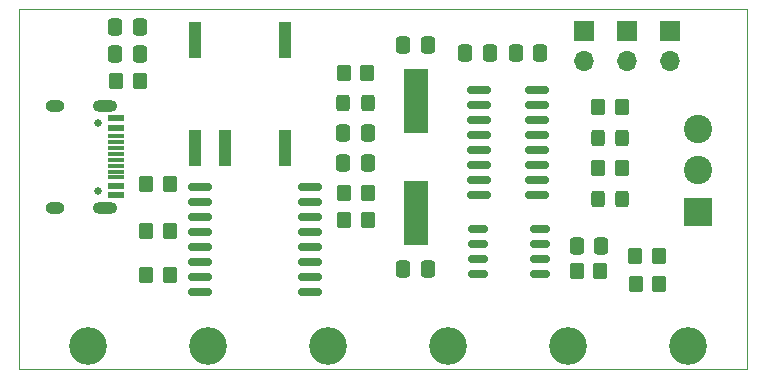
<source format=gbr>
%TF.GenerationSoftware,KiCad,Pcbnew,6.0.11-2627ca5db0~126~ubuntu20.04.1*%
%TF.CreationDate,2024-02-25T19:04:41-05:00*%
%TF.ProjectId,hil01,68696c30-312e-46b6-9963-61645f706362,rev?*%
%TF.SameCoordinates,Original*%
%TF.FileFunction,Soldermask,Top*%
%TF.FilePolarity,Negative*%
%FSLAX46Y46*%
G04 Gerber Fmt 4.6, Leading zero omitted, Abs format (unit mm)*
G04 Created by KiCad (PCBNEW 6.0.11-2627ca5db0~126~ubuntu20.04.1) date 2024-02-25 19:04:41*
%MOMM*%
%LPD*%
G01*
G04 APERTURE LIST*
G04 Aperture macros list*
%AMRoundRect*
0 Rectangle with rounded corners*
0 $1 Rounding radius*
0 $2 $3 $4 $5 $6 $7 $8 $9 X,Y pos of 4 corners*
0 Add a 4 corners polygon primitive as box body*
4,1,4,$2,$3,$4,$5,$6,$7,$8,$9,$2,$3,0*
0 Add four circle primitives for the rounded corners*
1,1,$1+$1,$2,$3*
1,1,$1+$1,$4,$5*
1,1,$1+$1,$6,$7*
1,1,$1+$1,$8,$9*
0 Add four rect primitives between the rounded corners*
20,1,$1+$1,$2,$3,$4,$5,0*
20,1,$1+$1,$4,$5,$6,$7,0*
20,1,$1+$1,$6,$7,$8,$9,0*
20,1,$1+$1,$8,$9,$2,$3,0*%
G04 Aperture macros list end*
%TA.AperFunction,Profile*%
%ADD10C,0.100000*%
%TD*%
%ADD11RoundRect,0.250000X0.350000X0.450000X-0.350000X0.450000X-0.350000X-0.450000X0.350000X-0.450000X0*%
%ADD12RoundRect,0.250000X-0.337500X-0.475000X0.337500X-0.475000X0.337500X0.475000X-0.337500X0.475000X0*%
%ADD13RoundRect,0.250000X0.325000X0.450000X-0.325000X0.450000X-0.325000X-0.450000X0.325000X-0.450000X0*%
%ADD14R,2.000000X5.500000*%
%ADD15C,3.200000*%
%ADD16R,2.400000X2.400000*%
%ADD17C,2.400000*%
%ADD18RoundRect,0.250000X-0.350000X-0.450000X0.350000X-0.450000X0.350000X0.450000X-0.350000X0.450000X0*%
%ADD19RoundRect,0.150000X-0.875000X-0.150000X0.875000X-0.150000X0.875000X0.150000X-0.875000X0.150000X0*%
%ADD20RoundRect,0.250000X0.337500X0.475000X-0.337500X0.475000X-0.337500X-0.475000X0.337500X-0.475000X0*%
%ADD21C,0.650000*%
%ADD22R,1.450000X0.600000*%
%ADD23R,1.450000X0.300000*%
%ADD24O,1.600000X1.000000*%
%ADD25O,2.100000X1.000000*%
%ADD26RoundRect,0.150000X-0.825000X-0.150000X0.825000X-0.150000X0.825000X0.150000X-0.825000X0.150000X0*%
%ADD27R,1.700000X1.700000*%
%ADD28O,1.700000X1.700000*%
%ADD29R,1.000000X3.100000*%
%ADD30RoundRect,0.150000X-0.675000X-0.150000X0.675000X-0.150000X0.675000X0.150000X-0.675000X0.150000X0*%
G04 APERTURE END LIST*
D10*
X100000000Y-130500000D02*
X161680000Y-130500000D01*
X100000000Y-100000000D02*
X100000000Y-130500000D01*
X161680000Y-130500000D02*
X161680000Y-100000000D01*
X100000000Y-100000000D02*
X161680000Y-100000000D01*
D11*
%TO.C,R6*%
X129524000Y-115570000D03*
X127524000Y-115570000D03*
%TD*%
%TO.C,R7*%
X129508000Y-105410000D03*
X127508000Y-105410000D03*
%TD*%
%TO.C,R5*%
X129524000Y-117856000D03*
X127524000Y-117856000D03*
%TD*%
D12*
%TO.C,C4*%
X127486500Y-110490000D03*
X129561500Y-110490000D03*
%TD*%
D13*
%TO.C,D2*%
X151088200Y-110878000D03*
X149038200Y-110878000D03*
%TD*%
D14*
%TO.C,Y1*%
X133604000Y-107800000D03*
X133604000Y-117300000D03*
%TD*%
D11*
%TO.C,R3*%
X112760000Y-118755000D03*
X110760000Y-118755000D03*
%TD*%
D15*
%TO.C,REF\u002A\u002A2*%
X156680000Y-128500000D03*
%TD*%
D16*
%TO.C,J2*%
X157532400Y-117139600D03*
D17*
X157532400Y-113639600D03*
X157532400Y-110139600D03*
%TD*%
D18*
%TO.C,R1*%
X110760000Y-114808000D03*
X112760000Y-114808000D03*
%TD*%
D19*
%TO.C,U1*%
X115350000Y-115055000D03*
X115350000Y-116325000D03*
X115350000Y-117595000D03*
X115350000Y-118865000D03*
X115350000Y-120135000D03*
X115350000Y-121405000D03*
X115350000Y-122675000D03*
X115350000Y-123945000D03*
X124650000Y-123945000D03*
X124650000Y-122675000D03*
X124650000Y-121405000D03*
X124650000Y-120135000D03*
X124650000Y-118865000D03*
X124650000Y-117595000D03*
X124650000Y-116325000D03*
X124650000Y-115055000D03*
%TD*%
D15*
%TO.C,REF\u002A\u002A3*%
X146520000Y-128500000D03*
%TD*%
D20*
%TO.C,C1*%
X110257500Y-103800000D03*
X108182500Y-103800000D03*
%TD*%
D21*
%TO.C,J1*%
X106740000Y-109610000D03*
X106740000Y-115390000D03*
D22*
X108185000Y-109250000D03*
X108185000Y-110050000D03*
D23*
X108185000Y-111250000D03*
X108185000Y-112250000D03*
X108185000Y-112750000D03*
X108185000Y-113750000D03*
D22*
X108185000Y-114950000D03*
X108185000Y-115750000D03*
X108185000Y-115750000D03*
X108185000Y-114950000D03*
D23*
X108185000Y-114250000D03*
X108185000Y-113250000D03*
X108185000Y-111750000D03*
X108185000Y-110750000D03*
D22*
X108185000Y-110050000D03*
X108185000Y-109250000D03*
D24*
X103090000Y-108180000D03*
D25*
X107270000Y-108180000D03*
X107270000Y-116820000D03*
D24*
X103090000Y-116820000D03*
%TD*%
D20*
%TO.C,C2*%
X110257500Y-101500000D03*
X108182500Y-101500000D03*
%TD*%
D13*
%TO.C,D1*%
X129533000Y-107950000D03*
X127483000Y-107950000D03*
%TD*%
D18*
%TO.C,R10*%
X152162000Y-120904000D03*
X154162000Y-120904000D03*
%TD*%
D20*
%TO.C,C5*%
X144141100Y-103682800D03*
X142066100Y-103682800D03*
%TD*%
D26*
%TO.C,U3*%
X138952200Y-106807000D03*
X138952200Y-108077000D03*
X138952200Y-109347000D03*
X138952200Y-110617000D03*
X138952200Y-111887000D03*
X138952200Y-113157000D03*
X138952200Y-114427000D03*
X138952200Y-115697000D03*
X143902200Y-115697000D03*
X143902200Y-114427000D03*
X143902200Y-113157000D03*
X143902200Y-111887000D03*
X143902200Y-110617000D03*
X143902200Y-109347000D03*
X143902200Y-108077000D03*
X143902200Y-106807000D03*
%TD*%
D11*
%TO.C,R2*%
X110220000Y-106072000D03*
X108220000Y-106072000D03*
%TD*%
D18*
%TO.C,R12*%
X152212800Y-123291600D03*
X154212800Y-123291600D03*
%TD*%
D27*
%TO.C,JP1*%
X147828000Y-101854000D03*
D28*
X147828000Y-104394000D03*
%TD*%
D15*
%TO.C,REF\u002A\u002A7*%
X105880000Y-128500000D03*
%TD*%
%TO.C,REF\u002A\u002A6*%
X116040000Y-128500000D03*
%TD*%
D27*
%TO.C,JP2*%
X151485600Y-101854000D03*
D28*
X151485600Y-104394000D03*
%TD*%
D15*
%TO.C,REF\u002A\u002A4*%
X136360000Y-128500000D03*
%TD*%
D12*
%TO.C,C3*%
X127486500Y-113010000D03*
X129561500Y-113010000D03*
%TD*%
D20*
%TO.C,C8*%
X134641500Y-122037000D03*
X132566500Y-122037000D03*
%TD*%
D11*
%TO.C,R4*%
X112800000Y-122545000D03*
X110800000Y-122545000D03*
%TD*%
D20*
%TO.C,C7*%
X134641500Y-103007000D03*
X132566500Y-103007000D03*
%TD*%
D29*
%TO.C,PS1*%
X114940000Y-111750000D03*
X117480000Y-111750000D03*
X122560000Y-111750000D03*
X122560000Y-102650000D03*
X114940000Y-102650000D03*
%TD*%
D18*
%TO.C,R11*%
X147234400Y-122174000D03*
X149234400Y-122174000D03*
%TD*%
%TO.C,R9*%
X149063200Y-113478000D03*
X151063200Y-113478000D03*
%TD*%
D12*
%TO.C,C6*%
X137798900Y-103682800D03*
X139873900Y-103682800D03*
%TD*%
D11*
%TO.C,R8*%
X151063200Y-108254800D03*
X149063200Y-108254800D03*
%TD*%
D12*
%TO.C,C9*%
X147218400Y-120040400D03*
X149293400Y-120040400D03*
%TD*%
D15*
%TO.C,REF\u002A\u002A5*%
X126200000Y-128500000D03*
%TD*%
D13*
%TO.C,D3*%
X151088200Y-116078000D03*
X149038200Y-116078000D03*
%TD*%
D30*
%TO.C,U2*%
X138853000Y-118592600D03*
X138853000Y-119862600D03*
X138853000Y-121132600D03*
X138853000Y-122402600D03*
X144103000Y-122402600D03*
X144103000Y-121132600D03*
X144103000Y-119862600D03*
X144103000Y-118592600D03*
%TD*%
D27*
%TO.C,JP3*%
X155143200Y-101854000D03*
D28*
X155143200Y-104394000D03*
%TD*%
M02*

</source>
